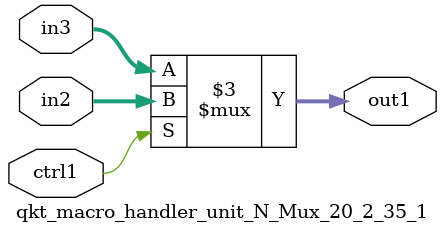
<source format=v>

`timescale 1ps / 1ps


module qkt_macro_handler_unit_N_Mux_20_2_35_1( in3, in2, ctrl1, out1 );

    input [19:0] in3;
    input [19:0] in2;
    input ctrl1;
    output [19:0] out1;
    reg [19:0] out1;

    
    // rtl_process:qkt_macro_handler_unit_N_Mux_20_2_35_1/qkt_macro_handler_unit_N_Mux_20_2_35_1_thread_1
    always @*
      begin : qkt_macro_handler_unit_N_Mux_20_2_35_1_thread_1
        case (ctrl1) 
          1'b1: 
            begin
              out1 = in2;
            end
          default: 
            begin
              out1 = in3;
            end
        endcase
      end

endmodule



</source>
